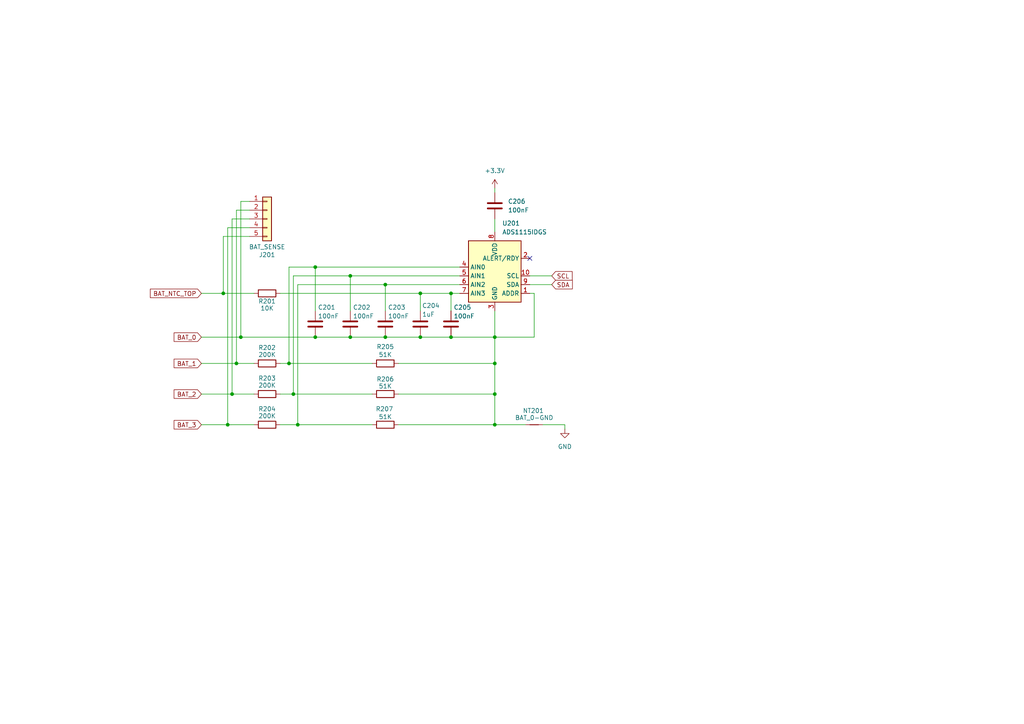
<source format=kicad_sch>
(kicad_sch (version 20250114) (generator "eeschema") (generator_version "9.0")
  (paper "A4")
  (lib_symbols
    (symbol "Analog_ADC:ADS1115IDGS"
      (property "Reference" "U" (at 2.54 13.97 0))
      (property "Value" "ADS1115IDGS" (at 7.62 11.43 0))
      (symbol "ADS1115IDGS_0_1"
        (rectangle (start -7.62 10.16) (end 7.62 -7.62) (stroke (width 0.254)) (fill (type background)))
      )
      (symbol "ADS1115IDGS_1_1"
        (pin input line (at -10.16 2.54 0) (length 2.54) (name "AIN0") (number "4"))
        (pin input line (at -10.16 0 0) (length 2.54) (name "AIN1") (number "5"))
        (pin input line (at -10.16 -2.54 0) (length 2.54) (name "AIN2") (number "6"))
        (pin input line (at -10.16 -5.08 0) (length 2.54) (name "AIN3") (number "7"))
        (pin power_in line (at 0 12.7 270) (length 2.54) (name "VDD") (number "8"))
        (pin power_in line (at 0 -10.16 90) (length 2.54) (name "GND") (number "3"))
        (pin output line (at 10.16 5.08 180) (length 2.54) (name "ALERT/RDY") (number "2"))
        (pin input line (at 10.16 0 180) (length 2.54) (name "SCL") (number "10"))
        (pin bidirectional line (at 10.16 -2.54 180) (length 2.54) (name "SDA") (number "9"))
        (pin input line (at 10.16 -5.08 180) (length 2.54) (name "ADDR") (number "1"))
      )
    )
    (symbol "Connector_Generic:Conn_01x05" (pin_names (offset 1.016) (hide yes))
      (property "Reference" "J" (at 0 7.62 0))
      (property "Value" "Conn_01x05" (at 0 -7.62 0))
      (symbol "Conn_01x05_1_1"
        (rectangle (start -1.27 6.35) (end 1.27 -6.35) (stroke (width 0.254)) (fill (type background)))
        (rectangle (start -1.27 5.207) (end 0 4.953) (stroke (width 0.1524)))
        (rectangle (start -1.27 2.667) (end 0 2.413) (stroke (width 0.1524)))
        (rectangle (start -1.27 0.127) (end 0 -0.127) (stroke (width 0.1524)))
        (rectangle (start -1.27 -2.413) (end 0 -2.667) (stroke (width 0.1524)))
        (rectangle (start -1.27 -4.953) (end 0 -5.207) (stroke (width 0.1524)))
        (pin passive line (at -5.08 5.08 0) (length 3.81) (name "Pin_1") (number "1"))
        (pin passive line (at -5.08 2.54 0) (length 3.81) (name "Pin_2") (number "2"))
        (pin passive line (at -5.08 0 0) (length 3.81) (name "Pin_3") (number "3"))
        (pin passive line (at -5.08 -2.54 0) (length 3.81) (name "Pin_4") (number "4"))
        (pin passive line (at -5.08 -5.08 0) (length 3.81) (name "Pin_5") (number "5"))
      )
    )
    (symbol "Device:C" (pin_numbers (hide yes)) (pin_names (offset 0.254))
      (property "Reference" "C" (at 0.635 2.54 0))
      (property "Value" "C" (at 0.635 -2.54 0))
      (symbol "C_0_1"
        (polyline (pts (xy -2.032 0.762) (xy 2.032 0.762)) (stroke (width 0.508)))
        (polyline (pts (xy -2.032 -0.762) (xy 2.032 -0.762)) (stroke (width 0.508)))
      )
      (symbol "C_1_1"
        (pin passive line (at 0 3.81 270) (length 2.794) (name "~") (number "1"))
        (pin passive line (at 0 -3.81 90) (length 2.794) (name "~") (number "2"))
      )
    )
    (symbol "Device:NetTie_2" (pin_numbers (hide yes)) (pin_names (offset 0) (hide yes)) (in_bom no)
      (property "Reference" "NT" (at 0 1.27 0))
      (property "Value" "NetTie_2" (at 0 -1.27 0))
      (symbol "NetTie_2_0_1"
        (polyline (pts (xy -1.27 0) (xy 1.27 0)) (stroke (width 0.254)))
      )
      (symbol "NetTie_2_1_1"
        (pin passive line (at -2.54 0 0) (length 2.54) (name "1") (number "1"))
        (pin passive line (at 2.54 0 180) (length 2.54) (name "2") (number "2"))
      )
    )
    (symbol "Device:R" (pin_numbers (hide yes)) (pin_names (offset 0))
      (property "Reference" "R" (at 2.032 0 90))
      (property "Value" "R" (at 0 0 90))
      (symbol "R_0_1"
        (rectangle (start -1.016 -2.54) (end 1.016 2.54) (stroke (width 0.254)))
      )
      (symbol "R_1_1"
        (pin passive line (at 0 3.81 270) (length 1.27) (name "~") (number "1"))
        (pin passive line (at 0 -3.81 90) (length 1.27) (name "~") (number "2"))
      )
    )
    (symbol "power:+3.3V" (power) (pin_numbers (hide yes)) (pin_names (offset 0) (hide yes))
      (property "Value" "+3.3V" (at 0 3.556 0))
      (symbol "+3.3V_0_1"
        (polyline (pts (xy -0.762 1.27) (xy 0 2.54)))
        (polyline (pts (xy 0 2.54) (xy 0.762 1.27)))
        (polyline (pts (xy 0 0) (xy 0 2.54)))
      )
      (symbol "+3.3V_1_1"
        (pin power_in line (at 0 0 90) (length 0) (name "~") (number "1"))
      )
    )
    (symbol "power:GND" (power) (pin_numbers (hide yes)) (pin_names (offset 0) (hide yes))
      (property "Value" "GND" (at 0 -3.81 0))
      (symbol "GND_0_1"
        (polyline (pts (xy 0 0) (xy 0 -1.27) (xy 1.27 -1.27) (xy 0 -2.54) (xy -1.27 -1.27) (xy 0 -1.27)))
      )
      (symbol "GND_1_1"
        (pin power_in line (at 0 0 270) (length 0) (name "~") (number "1"))
      )
    )
  )
  (junction (at 130.81 85.09))
  (junction (at 66.04 123.19))
  (junction (at 121.92 97.79))
  (junction (at 86.36 123.19))
  (junction (at 111.76 97.79))
  (junction (at 69.85 97.79))
  (junction (at 67.31 114.3))
  (junction (at 68.58 105.41))
  (junction (at 91.44 77.47))
  (junction (at 83.82 105.41))
  (junction (at 85.09 114.3))
  (junction (at 130.81 97.79))
  (junction (at 121.92 85.09))
  (junction (at 101.6 80.01))
  (junction (at 143.51 114.3))
  (junction (at 101.6 97.79))
  (junction (at 91.44 97.79))
  (junction (at 143.51 97.79))
  (junction (at 143.51 123.19))
  (junction (at 111.76 82.55))
  (junction (at 64.77 85.09))
  (junction (at 143.51 105.41))
  (no_connect (at 153.67 74.93))
  (wire (pts (xy 130.81 85.09) (xy 133.35 85.09)))
  (wire (pts (xy 115.57 105.41) (xy 143.51 105.41)))
  (wire (pts (xy 68.58 60.96) (xy 68.58 105.41)))
  (wire (pts (xy 115.57 114.3) (xy 143.51 114.3)))
  (wire (pts (xy 133.35 80.01) (xy 101.6 80.01)))
  (wire (pts (xy 143.51 90.17) (xy 143.51 97.79)))
  (wire (pts (xy 58.42 85.09) (xy 64.77 85.09)))
  (wire (pts (xy 86.36 82.55) (xy 86.36 123.19)))
  (wire (pts (xy 58.42 123.19) (xy 66.04 123.19)))
  (wire (pts (xy 64.77 68.58) (xy 72.39 68.58)))
  (wire (pts (xy 69.85 58.42) (xy 72.39 58.42)))
  (wire (pts (xy 121.92 97.79) (xy 130.81 97.79)))
  (wire (pts (xy 152.4 123.19) (xy 143.51 123.19)))
  (wire (pts (xy 111.76 82.55) (xy 86.36 82.55)))
  (wire (pts (xy 81.28 85.09) (xy 121.92 85.09)))
  (wire (pts (xy 83.82 105.41) (xy 83.82 77.47)))
  (wire (pts (xy 67.31 63.5) (xy 72.39 63.5)))
  (wire (pts (xy 111.76 97.79) (xy 121.92 97.79)))
  (wire (pts (xy 67.31 114.3) (xy 73.66 114.3)))
  (wire (pts (xy 81.28 123.19) (xy 86.36 123.19)))
  (wire (pts (xy 153.67 82.55) (xy 160.02 82.55)))
  (wire (pts (xy 68.58 105.41) (xy 73.66 105.41)))
  (wire (pts (xy 101.6 80.01) (xy 85.09 80.01)))
  (wire (pts (xy 130.81 85.09) (xy 130.81 90.17)))
  (wire (pts (xy 64.77 85.09) (xy 73.66 85.09)))
  (wire (pts (xy 153.67 80.01) (xy 160.02 80.01)))
  (wire (pts (xy 58.42 105.41) (xy 68.58 105.41)))
  (wire (pts (xy 58.42 114.3) (xy 67.31 114.3)))
  (wire (pts (xy 133.35 82.55) (xy 111.76 82.55)))
  (wire (pts (xy 66.04 123.19) (xy 73.66 123.19)))
  (wire (pts (xy 163.83 123.19) (xy 157.48 123.19)))
  (wire (pts (xy 69.85 97.79) (xy 91.44 97.79)))
  (wire (pts (xy 58.42 97.79) (xy 69.85 97.79)))
  (wire (pts (xy 64.77 68.58) (xy 64.77 85.09)))
  (wire (pts (xy 85.09 80.01) (xy 85.09 114.3)))
  (wire (pts (xy 81.28 105.41) (xy 83.82 105.41)))
  (wire (pts (xy 83.82 77.47) (xy 91.44 77.47)))
  (wire (pts (xy 68.58 60.96) (xy 72.39 60.96)))
  (wire (pts (xy 91.44 77.47) (xy 91.44 90.17)))
  (wire (pts (xy 101.6 80.01) (xy 101.6 90.17)))
  (wire (pts (xy 101.6 97.79) (xy 111.76 97.79)))
  (wire (pts (xy 143.51 114.3) (xy 143.51 123.19)))
  (wire (pts (xy 143.51 97.79) (xy 154.94 97.79)))
  (wire (pts (xy 130.81 97.79) (xy 143.51 97.79)))
  (wire (pts (xy 86.36 123.19) (xy 107.95 123.19)))
  (wire (pts (xy 163.83 124.46) (xy 163.83 123.19)))
  (wire (pts (xy 143.51 97.79) (xy 143.51 105.41)))
  (wire (pts (xy 83.82 105.41) (xy 107.95 105.41)))
  (wire (pts (xy 143.51 105.41) (xy 143.51 114.3)))
  (wire (pts (xy 85.09 114.3) (xy 107.95 114.3)))
  (wire (pts (xy 67.31 114.3) (xy 67.31 63.5)))
  (wire (pts (xy 115.57 123.19) (xy 143.51 123.19)))
  (wire (pts (xy 154.94 85.09) (xy 154.94 97.79)))
  (wire (pts (xy 143.51 63.5) (xy 143.51 67.31)))
  (wire (pts (xy 69.85 97.79) (xy 69.85 58.42)))
  (wire (pts (xy 66.04 66.04) (xy 72.39 66.04)))
  (wire (pts (xy 121.92 85.09) (xy 130.81 85.09)))
  (wire (pts (xy 143.51 55.88) (xy 143.51 54.61)))
  (wire (pts (xy 154.94 85.09) (xy 153.67 85.09)))
  (wire (pts (xy 91.44 97.79) (xy 101.6 97.79)))
  (wire (pts (xy 91.44 77.47) (xy 133.35 77.47)))
  (wire (pts (xy 66.04 66.04) (xy 66.04 123.19)))
  (wire (pts (xy 111.76 82.55) (xy 111.76 90.17)))
  (wire (pts (xy 121.92 85.09) (xy 121.92 90.17)))
  (wire (pts (xy 81.28 114.3) (xy 85.09 114.3)))
  (global_label "SDA" (shape input) (at 160.02 82.55 0) (property "Intersheetrefs" "${INTERSHEET_REFS}" (effects (hide yes))))
  (global_label "SCL" (shape input) (at 160.02 80.01 0) (property "Intersheetrefs" "${INTERSHEET_REFS}" (effects (hide yes))))
  (global_label "BAT_1" (shape input) (at 58.42 105.41 180) (property "Intersheetrefs" "${INTERSHEET_REFS}" (effects (hide yes))))
  (global_label "BAT_2" (shape input) (at 58.42 114.3 180) (property "Intersheetrefs" "${INTERSHEET_REFS}" (effects (hide yes))))
  (global_label "BAT_0" (shape input) (at 58.42 97.79 180) (property "Intersheetrefs" "${INTERSHEET_REFS}" (effects (hide yes))))
  (global_label "BAT_NTC_TOP" (shape input) (at 58.42 85.09 180) (property "Intersheetrefs" "${INTERSHEET_REFS}" (effects (hide yes))))
  (global_label "BAT_3" (shape input) (at 58.42 123.19 180) (property "Intersheetrefs" "${INTERSHEET_REFS}" (effects (hide yes))))
  (symbol (lib_id "Device:R") (at 77.47 123.19 90) (unit 1)
    (property "Reference" "R204" (at 77.47 118.618 90))
    (property "Value" "200K" (at 77.47 120.65 90))
    (property "Footprint" "Resistor_SMD:R_0603_1608Metric_Pad0.98x0.95mm_HandSolder" (effects (hide yes)))
    (property "Description" "Resistor" (effects (hide yes)))
  )
  (symbol (lib_id "Analog_ADC:ADS1115IDGS") (at 143.51 80.01 0) (unit 1)
    (property "Reference" "U201" (at 145.6533 64.77 0) (effects (justify left)))
    (property "Value" "ADS1115IDGS" (at 145.6533 67.31 0) (effects (justify left)))
    (property "Footprint" "Package_SO:TSSOP-10_3x3mm_P0.5mm" (effects (hide yes)))
    (property "Datasheet" "http://www.ti.com/lit/ds/symlink/ads1113.pdf" (effects (hide yes)))
    (property "Description" "Ultra-Small, Low-Power, I2C-Compatible, 860-SPS, 16-Bit ADCs With Internal Reference, Oscillator, and Programmable Comparator, VSSOP-10" (effects (hide yes)))
  )
  (symbol (lib_id "Device:R") (at 77.47 105.41 90) (unit 1)
    (property "Reference" "R202" (at 77.47 100.838 90))
    (property "Value" "200K" (at 77.47 102.87 90))
    (property "Footprint" "Resistor_SMD:R_0603_1608Metric_Pad0.98x0.95mm_HandSolder" (effects (hide yes)))
    (property "Description" "Resistor" (effects (hide yes)))
  )
  (symbol (lib_id "Device:C") (at 111.76 93.98 0) (unit 1)
    (property "Reference" "C203" (at 112.522 89.154 0) (effects (justify left)))
    (property "Value" "100nF" (at 112.522 91.694 0) (effects (justify left)))
    (property "Footprint" "Capacitor_SMD:C_0603_1608Metric" (effects (hide yes)))
    (property "Description" "Unpolarized capacitor" (effects (hide yes)))
  )
  (symbol (lib_id "Device:R") (at 77.47 114.3 90) (unit 1)
    (property "Reference" "R203" (at 77.47 109.728 90))
    (property "Value" "200K" (at 77.47 111.76 90))
    (property "Footprint" "Resistor_SMD:R_0603_1608Metric_Pad0.98x0.95mm_HandSolder" (effects (hide yes)))
    (property "Description" "Resistor" (effects (hide yes)))
  )
  (symbol (lib_id "Device:C") (at 101.6 93.98 0) (unit 1)
    (property "Reference" "C202" (at 102.362 89.154 0) (effects (justify left)))
    (property "Value" "100nF" (at 102.362 91.694 0) (effects (justify left)))
    (property "Footprint" "Capacitor_SMD:C_0603_1608Metric" (effects (hide yes)))
    (property "Description" "Unpolarized capacitor" (effects (hide yes)))
  )
  (symbol (lib_id "Device:NetTie_2") (at 154.94 123.19 0) (unit 1) (in_bom no)
    (property "Reference" "NT201" (at 154.686 119.126 0))
    (property "Value" "BAT_0-GND" (at 154.94 121.158 0))
    (property "Footprint" "NetTie:NetTie-2_SMD_Pad0.5mm" (effects (hide yes)))
    (property "Description" "Net tie, 2 pins" (effects (hide yes)))
  )
  (symbol (lib_id "Device:R") (at 111.76 105.41 90) (unit 1)
    (property "Reference" "R205" (at 111.76 100.584 90))
    (property "Value" "51K" (at 111.76 102.87 90))
    (property "Footprint" "Resistor_SMD:R_0603_1608Metric_Pad0.98x0.95mm_HandSolder" (effects (hide yes)))
    (property "Description" "Resistor" (effects (hide yes)))
  )
  (symbol (lib_id "power:GND") (at 163.83 124.46 0) (unit 1)
    (property "Reference" "#PWR0202" (effects (hide yes)))
    (property "Value" "GND" (at 163.83 129.54 0))
    (property "Description" "Power symbol creates a global label with name \"GND\" , ground" (effects (hide yes)))
  )
  (symbol (lib_id "Device:C") (at 130.81 93.98 0) (unit 1)
    (property "Reference" "C205" (at 131.572 89.154 0) (effects (justify left)))
    (property "Value" "100nF" (at 131.572 91.694 0) (effects (justify left)))
    (property "Footprint" "Capacitor_SMD:C_0603_1608Metric" (effects (hide yes)))
    (property "Description" "Unpolarized capacitor" (effects (hide yes)))
  )
  (symbol (lib_id "Device:R") (at 77.47 85.09 90) (unit 1)
    (property "Reference" "R201" (at 77.47 87.376 90))
    (property "Value" "10K" (at 77.47 89.408 90))
    (property "Footprint" "Resistor_SMD:R_0603_1608Metric_Pad0.98x0.95mm_HandSolder" (effects (hide yes)))
    (property "Description" "Resistor" (effects (hide yes)))
  )
  (symbol (lib_id "power:+3.3V") (at 143.51 54.61 0) (unit 1)
    (property "Reference" "#PWR0201" (effects (hide yes)))
    (property "Value" "+3.3V" (at 143.51 49.53 0))
    (property "Description" "Power symbol creates a global label with name \"+3.3V\"" (effects (hide yes)))
  )
  (symbol (lib_id "Device:C") (at 121.92 93.98 0) (unit 1)
    (property "Reference" "C204" (at 122.428 88.646 0) (effects (justify left)))
    (property "Value" "1uF" (at 122.428 91.186 0) (effects (justify left)))
    (property "Footprint" "Capacitor_SMD:C_0805_2012Metric" (effects (hide yes)))
    (property "Description" "Unpolarized capacitor" (effects (hide yes)))
  )
  (symbol (lib_id "Device:C") (at 91.44 93.98 0) (unit 1)
    (property "Reference" "C201" (at 92.202 89.154 0) (effects (justify left)))
    (property "Value" "100nF" (at 92.202 91.694 0) (effects (justify left)))
    (property "Footprint" "Capacitor_SMD:C_0603_1608Metric" (effects (hide yes)))
    (property "Description" "Unpolarized capacitor" (effects (hide yes)))
  )
  (symbol (lib_id "Device:R") (at 111.76 114.3 90) (unit 1)
    (property "Reference" "R206" (at 111.76 109.982 90))
    (property "Value" "51K" (at 111.76 112.014 90))
    (property "Footprint" "Resistor_SMD:R_0603_1608Metric_Pad0.98x0.95mm_HandSolder" (effects (hide yes)))
    (property "Description" "Resistor" (effects (hide yes)))
  )
  (symbol (lib_id "Device:C") (at 143.51 59.69 0) (unit 1)
    (property "Reference" "C206" (at 147.32 58.4199 0) (effects (justify left)))
    (property "Value" "100nF" (at 147.32 60.9599 0) (effects (justify left)))
    (property "Footprint" "Capacitor_SMD:C_0603_1608Metric" (effects (hide yes)))
    (property "Description" "Unpolarized capacitor" (effects (hide yes)))
  )
  (symbol (lib_id "Connector_Generic:Conn_01x05") (at 77.47 63.5 0) (unit 1)
    (property "Reference" "J201" (at 77.47 73.914 0))
    (property "Value" "BAT_SENSE" (at 77.47 71.628 0))
    (property "Footprint" "Connector_JST:JST_XH_B5B-XH-A_1x05_P2.50mm_Vertical" (effects (hide yes)))
    (property "Description" "Generic connector, single row, 01x05, script generated (kicad-library-utils/schlib/autogen/connector/)" (effects (hide yes)))
  )
  (symbol (lib_id "Device:R") (at 111.76 123.19 90) (unit 1)
    (property "Reference" "R207" (at 111.506 118.618 90))
    (property "Value" "51K" (at 111.76 120.904 90))
    (property "Footprint" "Resistor_SMD:R_0603_1608Metric_Pad0.98x0.95mm_HandSolder" (effects (hide yes)))
    (property "Description" "Resistor" (effects (hide yes)))
  )
)
</source>
